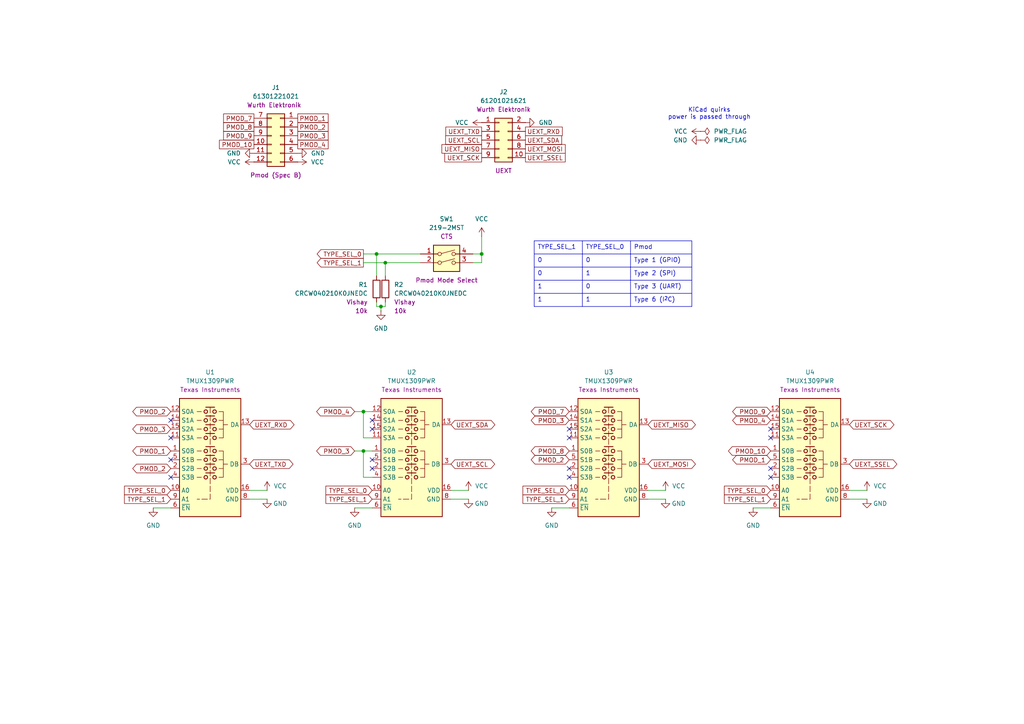
<source format=kicad_sch>
(kicad_sch (version 20250114) (generator "eeschema") (generator_version "9.0")
  (paper "A4")
  (title_block (title "Pmod^{TM} Compatible UEXT Adapter Board") (date "2025-03-30") (rev "${MAJOR_VERSION}.${MINOR_VERSION}") (company "© 2025 Junde Yhi <junde@yhi.moe>") (comment 1 "SPDX-License-Identifier: CERN-OHL-S-2.0"))
  (lib_symbols
    (symbol "Connector_Generic:Conn_02x05_Odd_Even" (pin_names (offset 1.016) (hide yes))
      (property "Reference" "J" (at 1.27 7.62 0))
      (property "Value" "Conn_02x05_Odd_Even" (at 1.27 -7.62 0))
      (symbol "Conn_02x05_Odd_Even_1_1"
        (rectangle (start -1.27 6.35) (end 3.81 -6.35) (stroke (width 0.254)) (fill (type background)))
        (rectangle (start -1.27 5.207) (end 0 4.953) (stroke (width 0.1524)))
        (rectangle (start -1.27 2.667) (end 0 2.413) (stroke (width 0.1524)))
        (rectangle (start -1.27 0.127) (end 0 -0.127) (stroke (width 0.1524)))
        (rectangle (start -1.27 -2.413) (end 0 -2.667) (stroke (width 0.1524)))
        (rectangle (start -1.27 -4.953) (end 0 -5.207) (stroke (width 0.1524)))
        (rectangle (start 3.81 5.207) (end 2.54 4.953) (stroke (width 0.1524)))
        (rectangle (start 3.81 2.667) (end 2.54 2.413) (stroke (width 0.1524)))
        (rectangle (start 3.81 0.127) (end 2.54 -0.127) (stroke (width 0.1524)))
        (rectangle (start 3.81 -2.413) (end 2.54 -2.667) (stroke (width 0.1524)))
        (rectangle (start 3.81 -4.953) (end 2.54 -5.207) (stroke (width 0.1524)))
        (pin passive line (at -5.08 5.08 0) (length 3.81) (name "Pin_1") (number "1"))
        (pin passive line (at -5.08 2.54 0) (length 3.81) (name "Pin_3") (number "3"))
        (pin passive line (at -5.08 0 0) (length 3.81) (name "Pin_5") (number "5"))
        (pin passive line (at -5.08 -2.54 0) (length 3.81) (name "Pin_7") (number "7"))
        (pin passive line (at -5.08 -5.08 0) (length 3.81) (name "Pin_9") (number "9"))
        (pin passive line (at 7.62 5.08 180) (length 3.81) (name "Pin_2") (number "2"))
        (pin passive line (at 7.62 2.54 180) (length 3.81) (name "Pin_4") (number "4"))
        (pin passive line (at 7.62 0 180) (length 3.81) (name "Pin_6") (number "6"))
        (pin passive line (at 7.62 -2.54 180) (length 3.81) (name "Pin_8") (number "8"))
        (pin passive line (at 7.62 -5.08 180) (length 3.81) (name "Pin_10") (number "10"))
      )
    )
    (symbol "Connector_Generic:Conn_02x06_Top_Bottom" (pin_names (offset 1.016) (hide yes))
      (property "Reference" "J" (at 1.27 7.62 0))
      (property "Value" "Conn_02x06_Top_Bottom" (at 1.27 -10.16 0))
      (symbol "Conn_02x06_Top_Bottom_1_1"
        (rectangle (start -1.27 6.35) (end 3.81 -8.89) (stroke (width 0.254)) (fill (type background)))
        (rectangle (start -1.27 5.207) (end 0 4.953) (stroke (width 0.1524)))
        (rectangle (start -1.27 2.667) (end 0 2.413) (stroke (width 0.1524)))
        (rectangle (start -1.27 0.127) (end 0 -0.127) (stroke (width 0.1524)))
        (rectangle (start -1.27 -2.413) (end 0 -2.667) (stroke (width 0.1524)))
        (rectangle (start -1.27 -4.953) (end 0 -5.207) (stroke (width 0.1524)))
        (rectangle (start -1.27 -7.493) (end 0 -7.747) (stroke (width 0.1524)))
        (rectangle (start 3.81 5.207) (end 2.54 4.953) (stroke (width 0.1524)))
        (rectangle (start 3.81 2.667) (end 2.54 2.413) (stroke (width 0.1524)))
        (rectangle (start 3.81 0.127) (end 2.54 -0.127) (stroke (width 0.1524)))
        (rectangle (start 3.81 -2.413) (end 2.54 -2.667) (stroke (width 0.1524)))
        (rectangle (start 3.81 -4.953) (end 2.54 -5.207) (stroke (width 0.1524)))
        (rectangle (start 3.81 -7.493) (end 2.54 -7.747) (stroke (width 0.1524)))
        (pin passive line (at -5.08 5.08 0) (length 3.81) (name "Pin_1") (number "1"))
        (pin passive line (at -5.08 2.54 0) (length 3.81) (name "Pin_2") (number "2"))
        (pin passive line (at -5.08 0 0) (length 3.81) (name "Pin_3") (number "3"))
        (pin passive line (at -5.08 -2.54 0) (length 3.81) (name "Pin_4") (number "4"))
        (pin passive line (at -5.08 -5.08 0) (length 3.81) (name "Pin_5") (number "5"))
        (pin passive line (at -5.08 -7.62 0) (length 3.81) (name "Pin_6") (number "6"))
        (pin passive line (at 7.62 5.08 180) (length 3.81) (name "Pin_7") (number "7"))
        (pin passive line (at 7.62 2.54 180) (length 3.81) (name "Pin_8") (number "8"))
        (pin passive line (at 7.62 0 180) (length 3.81) (name "Pin_9") (number "9"))
        (pin passive line (at 7.62 -2.54 180) (length 3.81) (name "Pin_10") (number "10"))
        (pin passive line (at 7.62 -5.08 180) (length 3.81) (name "Pin_11") (number "11"))
        (pin passive line (at 7.62 -7.62 180) (length 3.81) (name "Pin_12") (number "12"))
      )
    )
    (symbol "Device:R" (pin_numbers (hide yes)) (pin_names (offset 0))
      (property "Reference" "R" (at 2.032 0 90))
      (property "Value" "R" (at 0 0 90))
      (symbol "R_0_1"
        (rectangle (start -1.016 -2.54) (end 1.016 2.54) (stroke (width 0.254)))
      )
      (symbol "R_1_1"
        (pin passive line (at 0 3.81 270) (length 1.27) (name "~") (number "1"))
        (pin passive line (at 0 -3.81 90) (length 1.27) (name "~") (number "2"))
      )
    )
    (symbol "pmod-uext:TMUX1309"
      (property "Reference" "U" (at 11.43 6.35 0))
      (property "Value" "TMUX1309" (at 11.43 6.35 0))
      (symbol "TMUX1309_0_1"
        (rectangle (start 2.54 3.81) (end 20.32 -30.48) (stroke (width 0.254)) (fill (type background)))
        (polyline (pts (xy 7.62 0) (xy 8.89 0)))
        (polyline (pts (xy 7.62 -2.54) (xy 8.89 -2.54)))
        (polyline (pts (xy 7.62 -5.08) (xy 8.89 -5.08)))
        (polyline (pts (xy 7.62 -7.62) (xy 8.89 -7.62)))
        (polyline (pts (xy 7.62 -11.43) (xy 8.89 -11.43)))
        (polyline (pts (xy 7.62 -13.97) (xy 8.89 -13.97)))
        (polyline (pts (xy 7.62 -16.51) (xy 8.89 -16.51)))
        (polyline (pts (xy 7.62 -19.05) (xy 8.89 -19.05)))
        (polyline (pts (xy 10.16 1.27) (xy 12.7 1.27)) (stroke (width 0.254)))
        (circle (center 10.16 0) (radius 0.508) (stroke (width 0.254)))
        (polyline (pts (xy 10.16 -1.27) (xy 12.7 -1.27)) (stroke (width 0.254)))
        (circle (center 10.16 -2.54) (radius 0.508) (stroke (width 0.254)))
        (polyline (pts (xy 10.16 -3.81) (xy 12.7 -3.81)) (stroke (width 0.254)))
        (circle (center 10.16 -5.08) (radius 0.508) (stroke (width 0.254)))
        (polyline (pts (xy 10.16 -6.35) (xy 12.7 -6.35)) (stroke (width 0.254)))
        (circle (center 10.16 -7.62) (radius 0.508) (stroke (width 0.254)))
        (polyline (pts (xy 10.16 -10.16) (xy 12.7 -10.16)) (stroke (width 0.254)))
        (circle (center 10.16 -11.43) (radius 0.508) (stroke (width 0.254)))
        (polyline (pts (xy 10.16 -12.7) (xy 12.7 -12.7)) (stroke (width 0.254)))
        (circle (center 10.16 -13.97) (radius 0.508) (stroke (width 0.254)))
        (polyline (pts (xy 10.16 -15.24) (xy 12.7 -15.24)) (stroke (width 0.254)))
        (circle (center 10.16 -16.51) (radius 0.508) (stroke (width 0.254)))
        (polyline (pts (xy 10.16 -17.78) (xy 12.7 -17.78)) (stroke (width 0.254)))
        (circle (center 10.16 -19.05) (radius 0.508) (stroke (width 0.254)))
        (polyline (pts (xy 11.43 1.27) (xy 11.43 -25.4) (xy 7.62 -25.4)) (stroke (width 0) (type dash)))
        (circle (center 12.7 0) (radius 0.508) (stroke (width 0.254)))
        (circle (center 12.7 -2.54) (radius 0.508) (stroke (width 0.254)))
        (circle (center 12.7 -5.08) (radius 0.508) (stroke (width 0.254)))
        (circle (center 12.7 -7.62) (radius 0.508) (stroke (width 0.254)))
        (circle (center 12.7 -11.43) (radius 0.508) (stroke (width 0.254)))
        (circle (center 12.7 -13.97) (radius 0.508) (stroke (width 0.254)))
        (circle (center 12.7 -16.51) (radius 0.508) (stroke (width 0.254)))
        (circle (center 12.7 -19.05) (radius 0.508) (stroke (width 0.254)))
        (polyline (pts (xy 13.97 0) (xy 15.24 0) (xy 15.24 -7.62) (xy 13.97 -7.62)))
        (polyline (pts (xy 13.97 -2.54) (xy 15.24 -2.54)))
        (polyline (pts (xy 13.97 -5.08) (xy 15.24 -5.08)))
        (polyline (pts (xy 13.97 -11.43) (xy 15.24 -11.43) (xy 15.24 -19.05) (xy 13.97 -19.05)))
        (polyline (pts (xy 13.97 -13.97) (xy 15.24 -13.97)))
        (polyline (pts (xy 13.97 -16.51) (xy 15.24 -16.51)))
        (polyline (pts (xy 15.24 -3.81) (xy 16.51 -3.81)))
        (polyline (pts (xy 15.24 -15.24) (xy 16.51 -15.24)))
      )
      (symbol "TMUX1309_1_1"
        (pin bidirectional line (at 0 0 0) (length 2.54) (name "S0A") (number "12"))
        (pin bidirectional line (at 0 -2.54 0) (length 2.54) (name "S1A") (number "14"))
        (pin bidirectional line (at 0 -5.08 0) (length 2.54) (name "S2A") (number "15"))
        (pin bidirectional line (at 0 -7.62 0) (length 2.54) (name "S3A") (number "11"))
        (pin bidirectional line (at 0 -11.43 0) (length 2.54) (name "S0B") (number "1"))
        (pin bidirectional line (at 0 -13.97 0) (length 2.54) (name "S1B") (number "5"))
        (pin bidirectional line (at 0 -16.51 0) (length 2.54) (name "S2B") (number "2"))
        (pin bidirectional line (at 0 -19.05 0) (length 2.54) (name "S3B") (number "4"))
        (pin input line (at 0 -22.86 0) (length 2.54) (name "A0") (number "10"))
        (pin input line (at 0 -25.4 0) (length 2.54) (name "A1") (number "9"))
        (pin input line (at 0 -27.94 0) (length 2.54) (name "~{EN}") (number "6"))
        (pin bidirectional line (at 22.86 -3.81 180) (length 2.54) (name "DA") (number "13"))
        (pin bidirectional line (at 22.86 -15.24 180) (length 2.54) (name "DB") (number "3"))
        (pin power_in line (at 22.86 -22.86 180) (length 2.54) (name "VDD") (number "16"))
        (pin power_in line (at 22.86 -25.4 180) (length 2.54) (name "GND") (number "8"))
        (pin no_connect line (at 22.86 -27.94 180) (length 2.54) (hide yes) (name "NC") (number "7"))
      )
    )
    (symbol "Switch:SW_DIP_x02" (pin_names (offset 0) (hide yes))
      (property "Reference" "SW" (at 0 6.35 0))
      (property "Value" "SW_DIP_x02" (at 0 -3.81 0))
      (symbol "SW_DIP_x02_0_0"
        (circle (center -2.032 2.54) (radius 0.508))
        (circle (center -2.032 0) (radius 0.508))
        (polyline (pts (xy -1.524 2.667) (xy 2.3622 3.7084)))
        (polyline (pts (xy -1.524 0.127) (xy 2.3622 1.1684)))
        (circle (center 2.032 2.54) (radius 0.508))
        (circle (center 2.032 0) (radius 0.508))
      )
      (symbol "SW_DIP_x02_0_1"
        (rectangle (start -3.81 5.08) (end 3.81 -2.54) (stroke (width 0.254)) (fill (type background)))
      )
      (symbol "SW_DIP_x02_1_1"
        (pin passive line (at -7.62 2.54 0) (length 5.08) (name "~") (number "1"))
        (pin passive line (at -7.62 0 0) (length 5.08) (name "~") (number "2"))
        (pin passive line (at 7.62 2.54 180) (length 5.08) (name "~") (number "4"))
        (pin passive line (at 7.62 0 180) (length 5.08) (name "~") (number "3"))
      )
    )
    (symbol "power:GND" (power) (pin_numbers (hide yes)) (pin_names (offset 0) (hide yes))
      (property "Value" "GND" (at 0 -3.81 0))
      (symbol "GND_0_1"
        (polyline (pts (xy 0 0) (xy 0 -1.27) (xy 1.27 -1.27) (xy 0 -2.54) (xy -1.27 -1.27) (xy 0 -1.27)))
      )
      (symbol "GND_1_1"
        (pin power_in line (at 0 0 270) (length 0) (name "~") (number "1"))
      )
    )
    (symbol "power:PWR_FLAG" (power) (pin_numbers (hide yes)) (pin_names (offset 0) (hide yes))
      (property "Value" "PWR_FLAG" (at 0 3.81 0))
      (symbol "PWR_FLAG_0_0"
        (pin power_out line (at 0 0 90) (length 0) (name "~") (number "1"))
      )
      (symbol "PWR_FLAG_0_1"
        (polyline (pts (xy 0 0) (xy 0 1.27) (xy -1.016 1.905) (xy 0 2.54) (xy 1.016 1.905) (xy 0 1.27)))
      )
    )
    (symbol "power:VCC" (power) (pin_numbers (hide yes)) (pin_names (offset 0) (hide yes))
      (property "Value" "VCC" (at 0 3.556 0))
      (symbol "VCC_0_1"
        (polyline (pts (xy -0.762 1.27) (xy 0 2.54)))
        (polyline (pts (xy 0 2.54) (xy 0.762 1.27)))
        (polyline (pts (xy 0 0) (xy 0 2.54)))
      )
      (symbol "VCC_1_1"
        (pin power_in line (at 0 0 90) (length 0) (name "~") (number "1"))
      )
    )
  )
  (text "KiCad quirks\npower is passed through" (at 205.74 33.02 0) (effects (font (size 1.27 1.27))))
  (junction (at 110.49 88.9))
  (junction (at 105.41 130.81))
  (junction (at 111.76 76.2))
  (junction (at 139.7 73.66))
  (junction (at 109.22 73.66))
  (junction (at 105.41 119.38))
  (no_connect (at 107.95 124.46))
  (no_connect (at 165.1 135.89))
  (no_connect (at 165.1 127))
  (no_connect (at 49.53 138.43))
  (no_connect (at 223.52 127))
  (no_connect (at 107.95 121.92))
  (no_connect (at 223.52 124.46))
  (no_connect (at 107.95 135.89))
  (no_connect (at 49.53 121.92))
  (no_connect (at 107.95 133.35))
  (no_connect (at 223.52 138.43))
  (no_connect (at 223.52 135.89))
  (no_connect (at 165.1 138.43))
  (no_connect (at 165.1 124.46))
  (no_connect (at 49.53 127))
  (no_connect (at 49.53 133.35))
  (wire (pts (xy 105.41 76.2) (xy 111.76 76.2)))
  (wire (pts (xy 72.39 144.78) (xy 77.47 144.78)))
  (wire (pts (xy 246.38 144.78) (xy 251.46 144.78)))
  (wire (pts (xy 109.22 73.66) (xy 121.92 73.66)))
  (wire (pts (xy 107.95 138.43) (xy 105.41 138.43)))
  (wire (pts (xy 107.95 127) (xy 105.41 127)))
  (wire (pts (xy 44.45 147.32) (xy 49.53 147.32)))
  (wire (pts (xy 137.16 76.2) (xy 139.7 76.2)))
  (wire (pts (xy 109.22 88.9) (xy 110.49 88.9)))
  (wire (pts (xy 139.7 68.58) (xy 139.7 73.66)))
  (wire (pts (xy 111.76 76.2) (xy 111.76 80.01)))
  (wire (pts (xy 110.49 88.9) (xy 111.76 88.9)))
  (wire (pts (xy 218.44 147.32) (xy 223.52 147.32)))
  (wire (pts (xy 105.41 130.81) (xy 105.41 138.43)))
  (wire (pts (xy 139.7 73.66) (xy 139.7 76.2)))
  (wire (pts (xy 102.87 119.38) (xy 105.41 119.38)))
  (wire (pts (xy 187.96 144.78) (xy 193.04 144.78)))
  (wire (pts (xy 187.96 142.24) (xy 193.04 142.24)))
  (wire (pts (xy 130.81 142.24) (xy 135.89 142.24)))
  (wire (pts (xy 105.41 130.81) (xy 107.95 130.81)))
  (wire (pts (xy 105.41 119.38) (xy 107.95 119.38)))
  (wire (pts (xy 105.41 119.38) (xy 105.41 127)))
  (wire (pts (xy 102.87 130.81) (xy 105.41 130.81)))
  (wire (pts (xy 130.81 144.78) (xy 135.89 144.78)))
  (wire (pts (xy 160.02 147.32) (xy 165.1 147.32)))
  (wire (pts (xy 246.38 142.24) (xy 251.46 142.24)))
  (wire (pts (xy 137.16 73.66) (xy 139.7 73.66)))
  (wire (pts (xy 102.87 147.32) (xy 107.95 147.32)))
  (wire (pts (xy 109.22 87.63) (xy 109.22 88.9)))
  (wire (pts (xy 110.49 88.9) (xy 110.49 90.17)))
  (wire (pts (xy 72.39 142.24) (xy 77.47 142.24)))
  (wire (pts (xy 111.76 76.2) (xy 121.92 76.2)))
  (wire (pts (xy 109.22 73.66) (xy 109.22 80.01)))
  (wire (pts (xy 105.41 73.66) (xy 109.22 73.66)))
  (wire (pts (xy 111.76 87.63) (xy 111.76 88.9)))
  (table (column_count 3) (border (external yes) (header yes) (stroke (width 0.254))) (separators (rows yes) (cols yes) (stroke (width 0.254))) (column_widths 13.97 13.97 17.78) (row_heights 3.81 3.81 3.81 3.81 3.81) (cells (table_cell "TYPE_SEL_1" (at 154.94 69.85 0) (size 13.97 3.81) (margins 0.9525 0.9525 0.9525 0.9525) (span 1 1)) (table_cell "TYPE_SEL_0" (at 168.91 69.85 0) (size 13.97 3.81) (margins 0.9525 0.9525 0.9525 0.9525) (span 1 1)) (table_cell "Pmod" (at 182.88 69.85 0) (size 17.78 3.81) (margins 0.9525 0.9525 0.9525 0.9525) (span 1 1)) (table_cell "0" (at 154.94 73.66 0) (size 13.97 3.81) (margins 0.9525 0.9525 0.9525 0.9525) (span 1 1)) (table_cell "0" (at 168.91 73.66 0) (size 13.97 3.81) (margins 0.9525 0.9525 0.9525 0.9525) (span 1 1)) (table_cell "Type 1 (GPIO)" (at 182.88 73.66 0) (size 17.78 3.81) (margins 0.9525 0.9525 0.9525 0.9525) (span 1 1)) (table_cell "0" (at 154.94 77.47 0) (size 13.97 3.81) (margins 0.9525 0.9525 0.9525 0.9525) (span 1 1)) (table_cell "1" (at 168.91 77.47 0) (size 13.97 3.81) (margins 0.9525 0.9525 0.9525 0.9525) (span 1 1)) (table_cell "Type 2 (SPI)" (at 182.88 77.47 0) (size 17.78 3.81) (margins 0.9525 0.9525 0.9525 0.9525) (span 1 1)) (table_cell "1" (at 154.94 81.28 0) (size 13.97 3.81) (margins 0.9525 0.9525 0.9525 0.9525) (span 1 1)) (table_cell "0" (at 168.91 81.28 0) (size 13.97 3.81) (margins 0.9525 0.9525 0.9525 0.9525) (span 1 1)) (table_cell "Type 3 (UART)" (at 182.88 81.28 0) (size 17.78 3.81) (margins 0.9525 0.9525 0.9525 0.9525) (span 1 1)) (table_cell "1" (at 154.94 85.09 0) (size 13.97 3.81) (margins 0.9525 0.9525 0.9525 0.9525) (span 1 1)) (table_cell "1" (at 168.91 85.09 0) (size 13.97 3.81) (margins 0.9525 0.9525 0.9525 0.9525) (span 1 1)) (table_cell "Type 6 (I^{2}C)" (at 182.88 85.09 0) (size 17.78 3.81) (margins 0.9525 0.9525 0.9525 0.9525) (span 1 1))))
  (global_label "PMOD_3" (shape bidirectional) (at 102.87 130.81 180) (property "Intersheetrefs" "${INTERSHEET_REFS}" (effects (hide yes))))
  (global_label "PMOD_4" (shape passive) (at 86.36 41.91 0) (property "Intersheetrefs" "${INTERSHEET_REFS}" (effects (hide yes))))
  (global_label "TYPE_SEL_1" (shape input) (at 107.95 144.78 180) (property "Intersheetrefs" "${INTERSHEET_REFS}" (effects (hide yes))))
  (global_label "UEXT_SCK" (shape bidirectional) (at 246.38 123.19 0) (property "Intersheetrefs" "${INTERSHEET_REFS}" (effects (hide yes))))
  (global_label "UEXT_RXD" (shape passive) (at 152.4 38.1 0) (property "Intersheetrefs" "${INTERSHEET_REFS}" (effects (hide yes))))
  (global_label "TYPE_SEL_0" (shape input) (at 49.53 142.24 180) (property "Intersheetrefs" "${INTERSHEET_REFS}" (effects (hide yes))))
  (global_label "UEXT_SDA" (shape passive) (at 152.4 40.64 0) (property "Intersheetrefs" "${INTERSHEET_REFS}" (effects (hide yes))))
  (global_label "PMOD_2" (shape bidirectional) (at 49.53 119.38 180) (property "Intersheetrefs" "${INTERSHEET_REFS}" (effects (hide yes))))
  (global_label "TYPE_SEL_0" (shape output) (at 105.41 73.66 180) (property "Intersheetrefs" "${INTERSHEET_REFS}" (effects (hide yes))))
  (global_label "PMOD_2" (shape bidirectional) (at 165.1 133.35 180) (property "Intersheetrefs" "${INTERSHEET_REFS}" (effects (hide yes))))
  (global_label "PMOD_7" (shape passive) (at 73.66 34.29 180) (property "Intersheetrefs" "${INTERSHEET_REFS}" (effects (hide yes))))
  (global_label "TYPE_SEL_0" (shape input) (at 223.52 142.24 180) (property "Intersheetrefs" "${INTERSHEET_REFS}" (effects (hide yes))))
  (global_label "PMOD_10" (shape bidirectional) (at 223.52 130.81 180) (property "Intersheetrefs" "${INTERSHEET_REFS}" (effects (hide yes))))
  (global_label "UEXT_SSEL" (shape passive) (at 152.4 45.72 0) (property "Intersheetrefs" "${INTERSHEET_REFS}" (effects (hide yes))))
  (global_label "UEXT_MISO" (shape passive) (at 139.7 43.18 180) (property "Intersheetrefs" "${INTERSHEET_REFS}" (effects (hide yes))))
  (global_label "PMOD_7" (shape bidirectional) (at 165.1 119.38 180) (property "Intersheetrefs" "${INTERSHEET_REFS}" (effects (hide yes))))
  (global_label "PMOD_9" (shape passive) (at 73.66 39.37 180) (property "Intersheetrefs" "${INTERSHEET_REFS}" (effects (hide yes))))
  (global_label "PMOD_1" (shape bidirectional) (at 223.52 133.35 180) (property "Intersheetrefs" "${INTERSHEET_REFS}" (effects (hide yes))))
  (global_label "UEXT_SCL" (shape bidirectional) (at 130.81 134.62 0) (property "Intersheetrefs" "${INTERSHEET_REFS}" (effects (hide yes))))
  (global_label "TYPE_SEL_1" (shape output) (at 105.41 76.2 180) (property "Intersheetrefs" "${INTERSHEET_REFS}" (effects (hide yes))))
  (global_label "TYPE_SEL_1" (shape input) (at 49.53 144.78 180) (property "Intersheetrefs" "${INTERSHEET_REFS}" (effects (hide yes))))
  (global_label "UEXT_MOSI" (shape bidirectional) (at 187.96 134.62 0) (property "Intersheetrefs" "${INTERSHEET_REFS}" (effects (hide yes))))
  (global_label "UEXT_MOSI" (shape passive) (at 152.4 43.18 0) (property "Intersheetrefs" "${INTERSHEET_REFS}" (effects (hide yes))))
  (global_label "PMOD_10" (shape passive) (at 73.66 41.91 180) (property "Intersheetrefs" "${INTERSHEET_REFS}" (effects (hide yes))))
  (global_label "PMOD_1" (shape bidirectional) (at 49.53 130.81 180) (property "Intersheetrefs" "${INTERSHEET_REFS}" (effects (hide yes))))
  (global_label "TYPE_SEL_0" (shape input) (at 165.1 142.24 180) (property "Intersheetrefs" "${INTERSHEET_REFS}" (effects (hide yes))))
  (global_label "UEXT_TXD" (shape passive) (at 139.7 38.1 180) (property "Intersheetrefs" "${INTERSHEET_REFS}" (effects (hide yes))))
  (global_label "PMOD_2" (shape bidirectional) (at 49.53 135.89 180) (property "Intersheetrefs" "${INTERSHEET_REFS}" (effects (hide yes))))
  (global_label "PMOD_9" (shape bidirectional) (at 223.52 119.38 180) (property "Intersheetrefs" "${INTERSHEET_REFS}" (effects (hide yes))))
  (global_label "UEXT_TXD" (shape bidirectional) (at 72.39 134.62 0) (property "Intersheetrefs" "${INTERSHEET_REFS}" (effects (hide yes))))
  (global_label "PMOD_2" (shape passive) (at 86.36 36.83 0) (property "Intersheetrefs" "${INTERSHEET_REFS}" (effects (hide yes))))
  (global_label "UEXT_SSEL" (shape bidirectional) (at 246.38 134.62 0) (property "Intersheetrefs" "${INTERSHEET_REFS}" (effects (hide yes))))
  (global_label "PMOD_1" (shape passive) (at 86.36 34.29 0) (property "Intersheetrefs" "${INTERSHEET_REFS}" (effects (hide yes))))
  (global_label "UEXT_RXD" (shape bidirectional) (at 72.39 123.19 0) (property "Intersheetrefs" "${INTERSHEET_REFS}" (effects (hide yes))))
  (global_label "TYPE_SEL_0" (shape input) (at 107.95 142.24 180) (property "Intersheetrefs" "${INTERSHEET_REFS}" (effects (hide yes))))
  (global_label "PMOD_3" (shape passive) (at 86.36 39.37 0) (property "Intersheetrefs" "${INTERSHEET_REFS}" (effects (hide yes))))
  (global_label "UEXT_MISO" (shape bidirectional) (at 187.96 123.19 0) (property "Intersheetrefs" "${INTERSHEET_REFS}" (effects (hide yes))))
  (global_label "PMOD_3" (shape bidirectional) (at 49.53 124.46 180) (property "Intersheetrefs" "${INTERSHEET_REFS}" (effects (hide yes))))
  (global_label "PMOD_8" (shape passive) (at 73.66 36.83 180) (property "Intersheetrefs" "${INTERSHEET_REFS}" (effects (hide yes))))
  (global_label "PMOD_4" (shape bidirectional) (at 223.52 121.92 180) (property "Intersheetrefs" "${INTERSHEET_REFS}" (effects (hide yes))))
  (global_label "TYPE_SEL_1" (shape input) (at 223.52 144.78 180) (property "Intersheetrefs" "${INTERSHEET_REFS}" (effects (hide yes))))
  (global_label "UEXT_SCL" (shape passive) (at 139.7 40.64 180) (property "Intersheetrefs" "${INTERSHEET_REFS}" (effects (hide yes))))
  (global_label "UEXT_SDA" (shape bidirectional) (at 130.81 123.19 0) (property "Intersheetrefs" "${INTERSHEET_REFS}" (effects (hide yes))))
  (global_label "UEXT_SCK" (shape passive) (at 139.7 45.72 180) (property "Intersheetrefs" "${INTERSHEET_REFS}" (effects (hide yes))))
  (global_label "PMOD_4" (shape bidirectional) (at 102.87 119.38 180) (property "Intersheetrefs" "${INTERSHEET_REFS}" (effects (hide yes))))
  (global_label "PMOD_3" (shape bidirectional) (at 165.1 121.92 180) (property "Intersheetrefs" "${INTERSHEET_REFS}" (effects (hide yes))))
  (global_label "PMOD_8" (shape bidirectional) (at 165.1 130.81 180) (property "Intersheetrefs" "${INTERSHEET_REFS}" (effects (hide yes))))
  (global_label "TYPE_SEL_1" (shape input) (at 165.1 144.78 180) (property "Intersheetrefs" "${INTERSHEET_REFS}" (effects (hide yes))))
  (symbol (lib_id "power:GND") (at 102.87 147.32 0) (unit 1)
    (property "Reference" "#PWR08" (effects (hide yes)))
    (property "Value" "GND" (at 102.87 152.4 0))
    (property "Description" "Power symbol creates a global label with name \"GND\" , ground" (effects (hide yes)))
  )
  (symbol (lib_id "power:PWR_FLAG") (at 203.2 38.1 270) (unit 1)
    (property "Reference" "#FLG01" (effects (hide yes)))
    (property "Value" "PWR_FLAG" (at 207.01 38.0999 90) (effects (justify left)))
    (property "Description" "Special symbol for telling ERC where power comes from" (effects (hide yes)))
  )
  (symbol (lib_id "power:GND") (at 152.4 35.56 90) (unit 1)
    (property "Reference" "#PWR014" (effects (hide yes)))
    (property "Value" "GND" (at 156.21 35.5599 90) (effects (justify right)))
    (property "Description" "Power symbol creates a global label with name \"GND\" , ground" (effects (hide yes)))
  )
  (symbol (lib_id "power:GND") (at 135.89 144.78 0) (unit 1)
    (property "Reference" "#PWR011" (effects (hide yes)))
    (property "Value" "GND" (at 139.7 146.05 0))
    (property "Description" "Power symbol creates a global label with name \"GND\" , ground" (effects (hide yes)))
  )
  (symbol (lib_id "Connector_Generic:Conn_02x06_Top_Bottom") (at 81.28 39.37 0) (mirror y) (unit 1)
    (property "Reference" "J1" (at 80.01 25.4 0))
    (property "Value" "61301221021" (at 80.01 27.94 0))
    (property "Footprint" "Connector_PinHeader_2.54mm:PinHeader_2x06_P2.54mm_Horizontal" (effects (hide yes)))
    (property "Datasheet" "https://www.we-online.com/components/products/datasheet/61301221021.pdf" (effects (hide yes)))
    (property "Description" "Pmod (Spec B)" (at 80.01 50.8 0))
    (property "Manufacturer" "Wurth Elektronik " (at 80.01 30.48 0))
  )
  (symbol (lib_id "power:GND") (at 160.02 147.32 0) (unit 1)
    (property "Reference" "#PWR015" (effects (hide yes)))
    (property "Value" "GND" (at 160.02 152.4 0))
    (property "Description" "Power symbol creates a global label with name \"GND\" , ground" (effects (hide yes)))
  )
  (symbol (lib_id "power:PWR_FLAG") (at 203.2 40.64 270) (unit 1)
    (property "Reference" "#FLG02" (effects (hide yes)))
    (property "Value" "PWR_FLAG" (at 207.01 40.6399 90) (effects (justify left)))
    (property "Description" "Special symbol for telling ERC where power comes from" (effects (hide yes)))
  )
  (symbol (lib_id "power:VCC") (at 139.7 68.58 0) (unit 1)
    (property "Reference" "#PWR013" (effects (hide yes)))
    (property "Value" "VCC" (at 139.7 63.5 0))
    (property "Description" "Power symbol creates a global label with name \"VCC\"" (effects (hide yes)))
  )
  (symbol (lib_id "power:GND") (at 77.47 144.78 0) (unit 1)
    (property "Reference" "#PWR05" (effects (hide yes)))
    (property "Value" "GND" (at 81.28 146.05 0))
    (property "Description" "Power symbol creates a global label with name \"GND\" , ground" (effects (hide yes)))
  )
  (symbol (lib_id "power:GND") (at 86.36 44.45 90) (mirror x) (unit 1)
    (property "Reference" "#PWR06" (effects (hide yes)))
    (property "Value" "GND" (at 90.17 44.4499 90) (effects (justify right)))
    (property "Description" "Power symbol creates a global label with name \"GND\" , ground" (effects (hide yes)))
  )
  (symbol (lib_id "power:VCC") (at 139.7 35.56 90) (unit 1)
    (property "Reference" "#PWR012" (effects (hide yes)))
    (property "Value" "VCC" (at 135.89 35.5599 90) (effects (justify left)))
    (property "Description" "Power symbol creates a global label with name \"VCC\"" (effects (hide yes)))
  )
  (symbol (lib_id "power:GND") (at 193.04 144.78 0) (unit 1)
    (property "Reference" "#PWR017" (effects (hide yes)))
    (property "Value" "GND" (at 196.85 146.05 0))
    (property "Description" "Power symbol creates a global label with name \"GND\" , ground" (effects (hide yes)))
  )
  (symbol (lib_id "power:GND") (at 73.66 44.45 270) (mirror x) (unit 1)
    (property "Reference" "#PWR02" (effects (hide yes)))
    (property "Value" "GND" (at 69.85 44.4499 90) (effects (justify right)))
    (property "Description" "Power symbol creates a global label with name \"GND\" , ground" (effects (hide yes)))
  )
  (symbol (lib_id "power:GND") (at 203.2 40.64 270) (unit 1)
    (property "Reference" "#PWR019" (effects (hide yes)))
    (property "Value" "GND" (at 199.39 40.6399 90) (effects (justify right)))
    (property "Description" "Power symbol creates a global label with name \"GND\" , ground" (effects (hide yes)))
  )
  (symbol (lib_id "Device:R") (at 111.76 83.82 0) (unit 1)
    (property "Reference" "R2" (at 114.3 82.5499 0) (effects (justify left)))
    (property "Value" "CRCW040210K0JNEDC" (at 114.3 85.0899 0) (effects (justify left)))
    (property "Footprint" "Resistor_SMD:R_0402_1005Metric_Pad0.72x0.64mm_HandSolder" (effects (hide yes)))
    (property "Datasheet" "https://www.vishay.com/docs/28773/crcwce3.pdf" (effects (hide yes)))
    (property "Description" "10k" (at 114.3 90.17 0) (effects (justify left)))
    (property "Manufacturer" "Vishay" (at 114.3 87.63 0) (effects (justify left)))
  )
  (symbol (lib_id "pmod-uext:TMUX1309") (at 165.1 119.38 0) (unit 1)
    (property "Reference" "U3" (at 176.53 107.95 0))
    (property "Value" "TMUX1309PWR" (at 176.53 110.49 0))
    (property "Footprint" "Package_SO:TSSOP-16_4.4x5mm_P0.65mm" (effects (hide yes)))
    (property "Datasheet" "https://www.ti.com/lit/gpn/tmux1309" (effects (hide yes)))
    (property "Description" "2-channel, 4:1 general-purpose analog multiplexer with 1.8-V logic control" (effects (hide yes)))
    (property "Manufacturer" "Texas Instruments" (at 176.53 113.03 0))
  )
  (symbol (lib_id "pmod-uext:TMUX1309") (at 49.53 119.38 0) (unit 1)
    (property "Reference" "U1" (at 60.96 107.95 0))
    (property "Value" "TMUX1309PWR" (at 60.96 110.49 0))
    (property "Footprint" "Package_SO:TSSOP-16_4.4x5mm_P0.65mm" (effects (hide yes)))
    (property "Datasheet" "https://www.ti.com/lit/gpn/tmux1309" (effects (hide yes)))
    (property "Description" "2-channel, 4:1 general-purpose analog multiplexer with 1.8-V logic control" (effects (hide yes)))
    (property "Manufacturer" "Texas Instruments" (at 60.96 113.03 0))
  )
  (symbol (lib_id "Switch:SW_DIP_x02") (at 129.54 76.2 0) (unit 1)
    (property "Reference" "SW1" (at 129.54 63.5 0))
    (property "Value" "219-2MST" (at 129.54 66.04 0))
    (property "Footprint" "Button_Switch_SMD:SW_DIP_SPSTx02_Slide_6.7x6.64mm_W8.61mm_P2.54mm_LowProfile" (effects (hide yes)))
    (property "Datasheet" "https://www.ctscorp.com/Files/DataSheets/Switches/DIP-Switches/CTS-Switches-DIP-219-Series-Datasheet.pdf" (effects (hide yes)))
    (property "Description" "Pmod Mode Select" (at 129.54 81.28 0))
    (property "Manufacturer" "CTS" (at 129.54 68.58 0))
  )
  (symbol (lib_id "Connector_Generic:Conn_02x05_Odd_Even") (at 144.78 40.64 0) (unit 1)
    (property "Reference" "J2" (at 146.05 26.67 0))
    (property "Value" "61201021621" (at 146.05 29.21 0))
    (property "Footprint" "Connector_IDC:IDC-Header_2x05_P2.54mm_Vertical" (effects (hide yes)))
    (property "Datasheet" "https://www.we-online.com/components/products/datasheet/61201021621.pdf" (effects (hide yes)))
    (property "Description" "UEXT" (at 146.05 49.53 0))
    (property "Manufacturer" "Wurth Elektronik" (at 146.05 31.75 0))
  )
  (symbol (lib_id "power:VCC") (at 193.04 142.24 0) (unit 1)
    (property "Reference" "#PWR016" (effects (hide yes)))
    (property "Value" "VCC" (at 196.85 140.97 0))
    (property "Description" "Power symbol creates a global label with name \"VCC\"" (effects (hide yes)))
  )
  (symbol (lib_id "power:GND") (at 218.44 147.32 0) (unit 1)
    (property "Reference" "#PWR020" (effects (hide yes)))
    (property "Value" "GND" (at 218.44 152.4 0))
    (property "Description" "Power symbol creates a global label with name \"GND\" , ground" (effects (hide yes)))
  )
  (symbol (lib_id "Device:R") (at 109.22 83.82 0) (unit 1)
    (property "Reference" "R1" (at 106.68 82.55 0) (effects (justify right)))
    (property "Value" "CRCW040210K0JNEDC" (at 106.68 85.09 0) (effects (justify right)))
    (property "Footprint" "Resistor_SMD:R_0402_1005Metric_Pad0.72x0.64mm_HandSolder" (effects (hide yes)))
    (property "Datasheet" "https://www.vishay.com/docs/28773/crcwce3.pdf" (effects (hide yes)))
    (property "Description" "10k" (at 106.68 90.17 0) (effects (justify right)))
    (property "Manufacturer" "Vishay" (at 106.68 87.63 0) (effects (justify right)))
  )
  (symbol (lib_id "power:VCC") (at 203.2 38.1 90) (unit 1)
    (property "Reference" "#PWR018" (effects (hide yes)))
    (property "Value" "VCC" (at 199.39 38.0999 90) (effects (justify left)))
    (property "Description" "Power symbol creates a global label with name \"VCC\"" (effects (hide yes)))
  )
  (symbol (lib_id "power:GND") (at 110.49 90.17 0) (unit 1)
    (property "Reference" "#PWR09" (effects (hide yes)))
    (property "Value" "GND" (at 110.49 95.25 0))
    (property "Description" "Power symbol creates a global label with name \"GND\" , ground" (effects (hide yes)))
  )
  (symbol (lib_id "power:VCC") (at 135.89 142.24 0) (unit 1)
    (property "Reference" "#PWR010" (effects (hide yes)))
    (property "Value" "VCC" (at 139.7 140.97 0))
    (property "Description" "Power symbol creates a global label with name \"VCC\"" (effects (hide yes)))
  )
  (symbol (lib_id "power:GND") (at 44.45 147.32 0) (unit 1)
    (property "Reference" "#PWR01" (effects (hide yes)))
    (property "Value" "GND" (at 44.45 152.4 0))
    (property "Description" "Power symbol creates a global label with name \"GND\" , ground" (effects (hide yes)))
  )
  (symbol (lib_id "power:VCC") (at 73.66 46.99 90) (mirror x) (unit 1)
    (property "Reference" "#PWR03" (effects (hide yes)))
    (property "Value" "VCC" (at 69.85 46.9899 90) (effects (justify left)))
    (property "Description" "Power symbol creates a global label with name \"VCC\"" (effects (hide yes)))
  )
  (symbol (lib_id "power:VCC") (at 251.46 142.24 0) (unit 1)
    (property "Reference" "#PWR021" (effects (hide yes)))
    (property "Value" "VCC" (at 255.27 140.97 0))
    (property "Description" "Power symbol creates a global label with name \"VCC\"" (effects (hide yes)))
  )
  (symbol (lib_id "pmod-uext:TMUX1309") (at 107.95 119.38 0) (unit 1)
    (property "Reference" "U2" (at 119.38 107.95 0))
    (property "Value" "TMUX1309PWR" (at 119.38 110.49 0))
    (property "Footprint" "Package_SO:TSSOP-16_4.4x5mm_P0.65mm" (effects (hide yes)))
    (property "Datasheet" "https://www.ti.com/lit/gpn/tmux1309" (effects (hide yes)))
    (property "Description" "2-channel, 4:1 general-purpose analog multiplexer with 1.8-V logic control" (effects (hide yes)))
    (property "Manufacturer" "Texas Instruments" (at 119.38 113.03 0))
  )
  (symbol (lib_id "power:VCC") (at 77.47 142.24 0) (unit 1)
    (property "Reference" "#PWR04" (effects (hide yes)))
    (property "Value" "VCC" (at 81.28 140.97 0))
    (property "Description" "Power symbol creates a global label with name \"VCC\"" (effects (hide yes)))
  )
  (symbol (lib_id "power:GND") (at 251.46 144.78 0) (unit 1)
    (property "Reference" "#PWR022" (effects (hide yes)))
    (property "Value" "GND" (at 255.27 146.05 0))
    (property "Description" "Power symbol creates a global label with name \"GND\" , ground" (effects (hide yes)))
  )
  (symbol (lib_id "pmod-uext:TMUX1309") (at 223.52 119.38 0) (unit 1)
    (property "Reference" "U4" (at 234.95 107.95 0))
    (property "Value" "TMUX1309PWR" (at 234.95 110.49 0))
    (property "Footprint" "Package_SO:TSSOP-16_4.4x5mm_P0.65mm" (effects (hide yes)))
    (property "Datasheet" "https://www.ti.com/lit/gpn/tmux1309" (effects (hide yes)))
    (property "Description" "2-channel, 4:1 general-purpose analog multiplexer with 1.8-V logic control" (effects (hide yes)))
    (property "Manufacturer" "Texas Instruments" (at 234.95 113.03 0))
  )
  (symbol (lib_id "power:VCC") (at 86.36 46.99 270) (mirror x) (unit 1)
    (property "Reference" "#PWR07" (effects (hide yes)))
    (property "Value" "VCC" (at 90.17 46.9899 90) (effects (justify left)))
    (property "Description" "Power symbol creates a global label with name \"VCC\"" (effects (hide yes)))
  )
)
</source>
